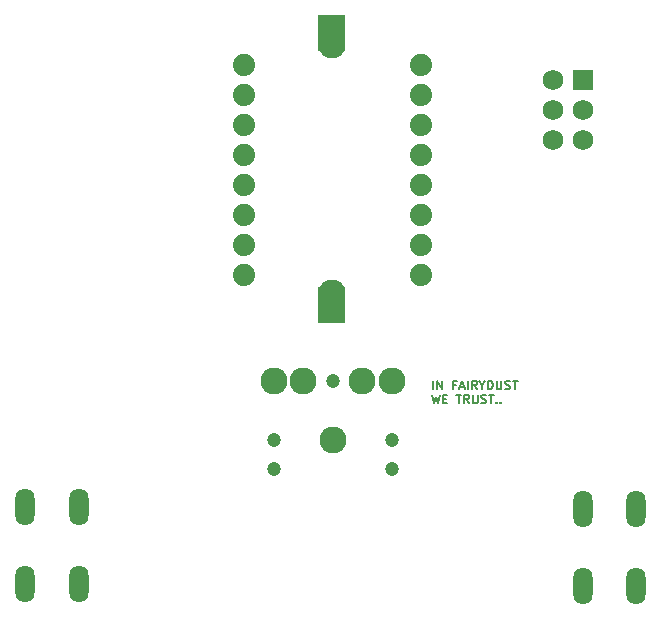
<source format=gts>
G04 #@! TF.GenerationSoftware,KiCad,Pcbnew,9.0.0*
G04 #@! TF.CreationDate,2025-04-20T11:40:54+02:00*
G04 #@! TF.ProjectId,Blinkenstar,426c696e-6b65-46e7-9374-61722e6b6963,2.6*
G04 #@! TF.SameCoordinates,Original*
G04 #@! TF.FileFunction,Soldermask,Top*
G04 #@! TF.FilePolarity,Negative*
%FSLAX46Y46*%
G04 Gerber Fmt 4.6, Leading zero omitted, Abs format (unit mm)*
G04 Created by KiCad (PCBNEW 9.0.0) date 2025-04-20 11:40:54*
%MOMM*%
%LPD*%
G01*
G04 APERTURE LIST*
G04 Aperture macros list*
%AMRoundRect*
0 Rectangle with rounded corners*
0 $1 Rounding radius*
0 $2 $3 $4 $5 $6 $7 $8 $9 X,Y pos of 4 corners*
0 Add a 4 corners polygon primitive as box body*
4,1,4,$2,$3,$4,$5,$6,$7,$8,$9,$2,$3,0*
0 Add four circle primitives for the rounded corners*
1,1,$1+$1,$2,$3*
1,1,$1+$1,$4,$5*
1,1,$1+$1,$6,$7*
1,1,$1+$1,$8,$9*
0 Add four rect primitives between the rounded corners*
20,1,$1+$1,$2,$3,$4,$5,0*
20,1,$1+$1,$4,$5,$6,$7,0*
20,1,$1+$1,$6,$7,$8,$9,0*
20,1,$1+$1,$8,$9,$2,$3,0*%
G04 Aperture macros list end*
%ADD10C,0.182880*%
%ADD11C,1.879600*%
%ADD12C,2.286000*%
%ADD13RoundRect,0.050800X1.092200X1.500000X-1.092200X1.500000X-1.092200X-1.500000X1.092200X-1.500000X0*%
%ADD14RoundRect,0.050800X-1.092200X-1.500000X1.092200X-1.500000X1.092200X1.500000X-1.092200X1.500000X0*%
%ADD15O,1.625600X3.149600*%
%ADD16RoundRect,0.050800X0.812800X0.812800X-0.812800X0.812800X-0.812800X-0.812800X0.812800X-0.812800X0*%
%ADD17C,1.727200*%
%ADD18C,1.200000*%
G04 APERTURE END LIST*
D10*
X123294486Y-108023260D02*
X123294486Y-107291740D01*
X123642829Y-108023260D02*
X123642829Y-107291740D01*
X123642829Y-107291740D02*
X124060840Y-108023260D01*
X124060840Y-108023260D02*
X124060840Y-107291740D01*
X125210372Y-107640083D02*
X124966532Y-107640083D01*
X124966532Y-108023260D02*
X124966532Y-107291740D01*
X124966532Y-107291740D02*
X125314875Y-107291740D01*
X125558715Y-107814254D02*
X125907058Y-107814254D01*
X125489046Y-108023260D02*
X125732886Y-107291740D01*
X125732886Y-107291740D02*
X125976726Y-108023260D01*
X126220566Y-108023260D02*
X126220566Y-107291740D01*
X126986920Y-108023260D02*
X126743080Y-107674917D01*
X126568909Y-108023260D02*
X126568909Y-107291740D01*
X126568909Y-107291740D02*
X126847583Y-107291740D01*
X126847583Y-107291740D02*
X126917252Y-107326574D01*
X126917252Y-107326574D02*
X126952086Y-107361408D01*
X126952086Y-107361408D02*
X126986920Y-107431077D01*
X126986920Y-107431077D02*
X126986920Y-107535580D01*
X126986920Y-107535580D02*
X126952086Y-107605248D01*
X126952086Y-107605248D02*
X126917252Y-107640083D01*
X126917252Y-107640083D02*
X126847583Y-107674917D01*
X126847583Y-107674917D02*
X126568909Y-107674917D01*
X127439766Y-107674917D02*
X127439766Y-108023260D01*
X127195926Y-107291740D02*
X127439766Y-107674917D01*
X127439766Y-107674917D02*
X127683606Y-107291740D01*
X127927446Y-108023260D02*
X127927446Y-107291740D01*
X127927446Y-107291740D02*
X128101617Y-107291740D01*
X128101617Y-107291740D02*
X128206120Y-107326574D01*
X128206120Y-107326574D02*
X128275789Y-107396243D01*
X128275789Y-107396243D02*
X128310623Y-107465911D01*
X128310623Y-107465911D02*
X128345457Y-107605248D01*
X128345457Y-107605248D02*
X128345457Y-107709751D01*
X128345457Y-107709751D02*
X128310623Y-107849088D01*
X128310623Y-107849088D02*
X128275789Y-107918757D01*
X128275789Y-107918757D02*
X128206120Y-107988426D01*
X128206120Y-107988426D02*
X128101617Y-108023260D01*
X128101617Y-108023260D02*
X127927446Y-108023260D01*
X128658966Y-107291740D02*
X128658966Y-107883923D01*
X128658966Y-107883923D02*
X128693800Y-107953591D01*
X128693800Y-107953591D02*
X128728635Y-107988426D01*
X128728635Y-107988426D02*
X128798303Y-108023260D01*
X128798303Y-108023260D02*
X128937640Y-108023260D01*
X128937640Y-108023260D02*
X129007309Y-107988426D01*
X129007309Y-107988426D02*
X129042143Y-107953591D01*
X129042143Y-107953591D02*
X129076977Y-107883923D01*
X129076977Y-107883923D02*
X129076977Y-107291740D01*
X129390486Y-107988426D02*
X129494989Y-108023260D01*
X129494989Y-108023260D02*
X129669160Y-108023260D01*
X129669160Y-108023260D02*
X129738829Y-107988426D01*
X129738829Y-107988426D02*
X129773663Y-107953591D01*
X129773663Y-107953591D02*
X129808497Y-107883923D01*
X129808497Y-107883923D02*
X129808497Y-107814254D01*
X129808497Y-107814254D02*
X129773663Y-107744586D01*
X129773663Y-107744586D02*
X129738829Y-107709751D01*
X129738829Y-107709751D02*
X129669160Y-107674917D01*
X129669160Y-107674917D02*
X129529823Y-107640083D01*
X129529823Y-107640083D02*
X129460154Y-107605248D01*
X129460154Y-107605248D02*
X129425320Y-107570414D01*
X129425320Y-107570414D02*
X129390486Y-107500746D01*
X129390486Y-107500746D02*
X129390486Y-107431077D01*
X129390486Y-107431077D02*
X129425320Y-107361408D01*
X129425320Y-107361408D02*
X129460154Y-107326574D01*
X129460154Y-107326574D02*
X129529823Y-107291740D01*
X129529823Y-107291740D02*
X129703994Y-107291740D01*
X129703994Y-107291740D02*
X129808497Y-107326574D01*
X130017503Y-107291740D02*
X130435515Y-107291740D01*
X130226509Y-108023260D02*
X130226509Y-107291740D01*
X123224817Y-108469446D02*
X123398989Y-109200966D01*
X123398989Y-109200966D02*
X123538326Y-108678452D01*
X123538326Y-108678452D02*
X123677663Y-109200966D01*
X123677663Y-109200966D02*
X123851835Y-108469446D01*
X124130509Y-108817789D02*
X124374349Y-108817789D01*
X124478852Y-109200966D02*
X124130509Y-109200966D01*
X124130509Y-109200966D02*
X124130509Y-108469446D01*
X124130509Y-108469446D02*
X124478852Y-108469446D01*
X125245206Y-108469446D02*
X125663218Y-108469446D01*
X125454212Y-109200966D02*
X125454212Y-108469446D01*
X126325069Y-109200966D02*
X126081229Y-108852623D01*
X125907058Y-109200966D02*
X125907058Y-108469446D01*
X125907058Y-108469446D02*
X126185732Y-108469446D01*
X126185732Y-108469446D02*
X126255401Y-108504280D01*
X126255401Y-108504280D02*
X126290235Y-108539114D01*
X126290235Y-108539114D02*
X126325069Y-108608783D01*
X126325069Y-108608783D02*
X126325069Y-108713286D01*
X126325069Y-108713286D02*
X126290235Y-108782954D01*
X126290235Y-108782954D02*
X126255401Y-108817789D01*
X126255401Y-108817789D02*
X126185732Y-108852623D01*
X126185732Y-108852623D02*
X125907058Y-108852623D01*
X126638578Y-108469446D02*
X126638578Y-109061629D01*
X126638578Y-109061629D02*
X126673412Y-109131297D01*
X126673412Y-109131297D02*
X126708247Y-109166132D01*
X126708247Y-109166132D02*
X126777915Y-109200966D01*
X126777915Y-109200966D02*
X126917252Y-109200966D01*
X126917252Y-109200966D02*
X126986921Y-109166132D01*
X126986921Y-109166132D02*
X127021755Y-109131297D01*
X127021755Y-109131297D02*
X127056589Y-109061629D01*
X127056589Y-109061629D02*
X127056589Y-108469446D01*
X127370098Y-109166132D02*
X127474601Y-109200966D01*
X127474601Y-109200966D02*
X127648772Y-109200966D01*
X127648772Y-109200966D02*
X127718441Y-109166132D01*
X127718441Y-109166132D02*
X127753275Y-109131297D01*
X127753275Y-109131297D02*
X127788109Y-109061629D01*
X127788109Y-109061629D02*
X127788109Y-108991960D01*
X127788109Y-108991960D02*
X127753275Y-108922292D01*
X127753275Y-108922292D02*
X127718441Y-108887457D01*
X127718441Y-108887457D02*
X127648772Y-108852623D01*
X127648772Y-108852623D02*
X127509435Y-108817789D01*
X127509435Y-108817789D02*
X127439766Y-108782954D01*
X127439766Y-108782954D02*
X127404932Y-108748120D01*
X127404932Y-108748120D02*
X127370098Y-108678452D01*
X127370098Y-108678452D02*
X127370098Y-108608783D01*
X127370098Y-108608783D02*
X127404932Y-108539114D01*
X127404932Y-108539114D02*
X127439766Y-108504280D01*
X127439766Y-108504280D02*
X127509435Y-108469446D01*
X127509435Y-108469446D02*
X127683606Y-108469446D01*
X127683606Y-108469446D02*
X127788109Y-108504280D01*
X127997115Y-108469446D02*
X128415127Y-108469446D01*
X128206121Y-109200966D02*
X128206121Y-108469446D01*
X128658967Y-109131297D02*
X128693801Y-109166132D01*
X128693801Y-109166132D02*
X128658967Y-109200966D01*
X128658967Y-109200966D02*
X128624133Y-109166132D01*
X128624133Y-109166132D02*
X128658967Y-109131297D01*
X128658967Y-109131297D02*
X128658967Y-109200966D01*
X129007310Y-109131297D02*
X129042144Y-109166132D01*
X129042144Y-109166132D02*
X129007310Y-109200966D01*
X129007310Y-109200966D02*
X128972476Y-109166132D01*
X128972476Y-109166132D02*
X129007310Y-109131297D01*
X129007310Y-109131297D02*
X129007310Y-109200966D01*
D11*
X122294055Y-98326459D03*
X122294055Y-95786459D03*
X122294055Y-93246459D03*
X122294055Y-90706459D03*
X122294055Y-88166459D03*
X122294055Y-85626459D03*
X122294055Y-83086459D03*
X122294055Y-80546459D03*
X107294055Y-80546459D03*
X107294055Y-83086459D03*
X107294055Y-85626459D03*
X107294055Y-88166459D03*
X107294055Y-90706459D03*
X107294055Y-93246459D03*
X107294055Y-95786459D03*
X107294055Y-98326459D03*
D12*
X114705155Y-78880577D03*
X114705155Y-99880577D03*
D13*
X114705155Y-77880577D03*
D14*
X114705155Y-100880577D03*
D15*
X135977855Y-118146559D03*
X135977855Y-124648959D03*
X140499055Y-118146559D03*
X140499055Y-124648959D03*
D16*
X135950000Y-81800000D03*
D17*
X133410000Y-81800000D03*
X135950000Y-84340000D03*
X133410000Y-84340000D03*
X135950000Y-86880000D03*
X133410000Y-86880000D03*
D18*
X109794055Y-114796459D03*
X119794055Y-114796459D03*
X109794055Y-112296459D03*
X119794055Y-112296459D03*
X114794055Y-107296459D03*
D12*
X119794055Y-107296459D03*
X117294055Y-107296459D03*
X114794055Y-112296459D03*
X109794055Y-107296459D03*
X112294055Y-107296459D03*
D15*
X88767255Y-117997759D03*
X88767255Y-124500159D03*
X93288455Y-117997759D03*
X93288455Y-124500159D03*
M02*

</source>
